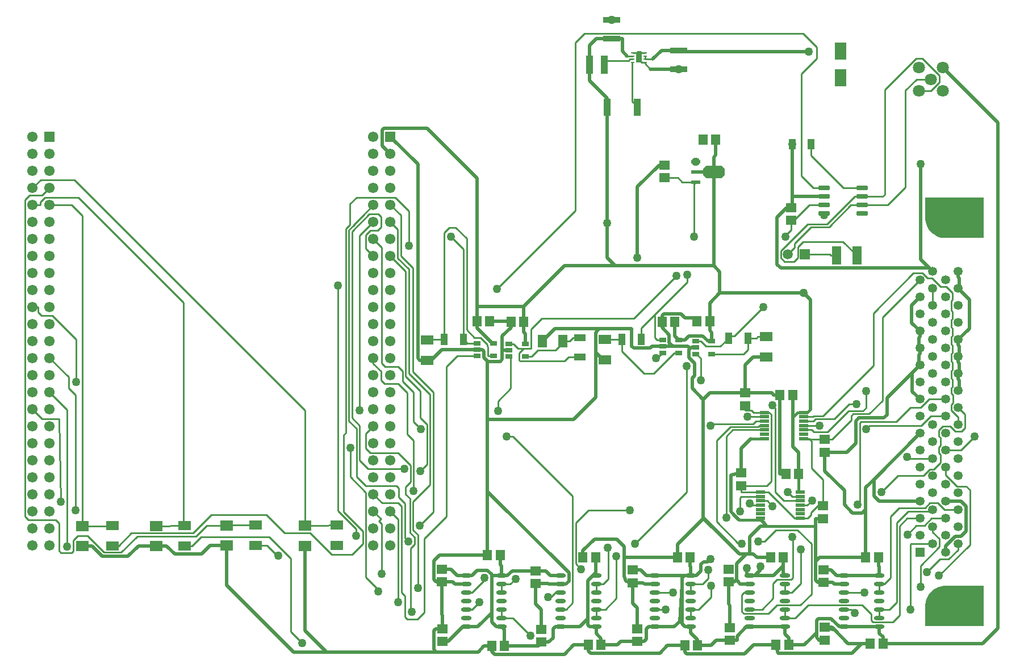
<source format=gbr>
%TF.GenerationSoftware,Altium Limited,Altium Designer,19.0.15 (446)*%
G04 Layer_Physical_Order=1*
G04 Layer_Color=255*
%FSLAX26Y26*%
%MOIN*%
%TF.FileFunction,Copper,L1,Top,Signal*%
%TF.Part,Single*%
G01*
G75*
%TA.AperFunction,SMDPad,CuDef*%
%ADD10R,0.066929X0.098425*%
%ADD11R,0.055301X0.061268*%
%ADD12O,0.061024X0.023622*%
%ADD13R,0.061268X0.055301*%
%ADD14R,0.078740X0.078740*%
%ADD15R,0.043307X0.066929*%
%ADD16R,0.072835X0.053150*%
%ADD17R,0.066929X0.043307*%
%ADD18R,0.053150X0.072835*%
%ADD19R,0.043307X0.025591*%
G04:AMPARAMS|DCode=20|XSize=74.803mil|YSize=125.984mil|CornerRadius=0mil|HoleSize=0mil|Usage=FLASHONLY|Rotation=90.000|XOffset=0mil|YOffset=0mil|HoleType=Round|Shape=Octagon|*
%AMOCTAGOND20*
4,1,8,-0.062992,-0.018701,-0.062992,0.018701,-0.044291,0.037402,0.044291,0.037402,0.062992,0.018701,0.062992,-0.018701,0.044291,-0.037402,-0.044291,-0.037402,-0.062992,-0.018701,0.0*
%
%ADD20OCTAGOND20*%

%ADD21R,0.055118X0.023622*%
%ADD22R,0.070866X0.023622*%
%ADD23R,0.019685X0.011024*%
%ADD24R,0.035433X0.062992*%
G04:AMPARAMS|DCode=25|XSize=25.591mil|YSize=64.961mil|CornerRadius=1.919mil|HoleSize=0mil|Usage=FLASHONLY|Rotation=90.000|XOffset=0mil|YOffset=0mil|HoleType=Round|Shape=RoundedRectangle|*
%AMROUNDEDRECTD25*
21,1,0.025591,0.061122,0,0,90.0*
21,1,0.021752,0.064961,0,0,90.0*
1,1,0.003839,0.030561,0.010876*
1,1,0.003839,0.030561,-0.010876*
1,1,0.003839,-0.030561,-0.010876*
1,1,0.003839,-0.030561,0.010876*
%
%ADD25ROUNDEDRECTD25*%
G04:AMPARAMS|DCode=26|XSize=17.716mil|YSize=55.118mil|CornerRadius=1.949mil|HoleSize=0mil|Usage=FLASHONLY|Rotation=90.000|XOffset=0mil|YOffset=0mil|HoleType=Round|Shape=RoundedRectangle|*
%AMROUNDEDRECTD26*
21,1,0.017716,0.051221,0,0,90.0*
21,1,0.013819,0.055118,0,0,90.0*
1,1,0.003898,0.025610,0.006910*
1,1,0.003898,0.025610,-0.006910*
1,1,0.003898,-0.025610,-0.006910*
1,1,0.003898,-0.025610,0.006910*
%
%ADD26ROUNDEDRECTD26*%
%ADD27R,0.074803X0.059055*%
%ADD28R,0.041339X0.102362*%
%ADD29R,0.043307X0.064961*%
%ADD30R,0.057087X0.110236*%
%ADD31R,0.039370X0.106299*%
%ADD32R,0.102362X0.037402*%
%TA.AperFunction,Conductor*%
%ADD33C,0.010000*%
%ADD34C,0.019685*%
%ADD35C,0.017716*%
%ADD36C,0.011024*%
%TA.AperFunction,ComponentPad*%
%ADD37C,0.070866*%
%ADD38R,0.053150X0.053150*%
%ADD39C,0.053150*%
%ADD40C,0.061024*%
%ADD41R,0.061024X0.061024*%
%ADD42R,0.059055X0.059055*%
%ADD43C,0.059055*%
%TA.AperFunction,ViaPad*%
%ADD44C,0.050000*%
%TA.AperFunction,TestPad*%
%ADD45C,0.050000*%
%TA.AperFunction,ViaPad*%
%ADD46C,0.070866*%
%ADD47C,0.019685*%
G36*
X5370688Y196058D02*
X5713405D01*
Y432278D01*
X5488798Y432278D01*
X5481057D01*
X5465707Y430257D01*
X5450752Y426250D01*
X5436448Y420325D01*
X5423039Y412584D01*
X5410756Y403159D01*
X5399808Y392211D01*
X5390383Y379927D01*
X5382641Y366519D01*
X5376716Y352215D01*
X5372709Y337260D01*
X5370688Y321909D01*
Y314168D01*
D01*
Y196058D01*
D02*
G37*
G36*
Y2712200D02*
X5713405D01*
Y2475979D01*
X5488798D01*
X5481057D01*
X5465707Y2478000D01*
X5450752Y2482007D01*
X5436448Y2487932D01*
X5423039Y2495673D01*
X5410756Y2505099D01*
X5399808Y2516047D01*
X5390383Y2528330D01*
X5382641Y2541738D01*
X5376716Y2556043D01*
X5372709Y2570998D01*
X5370688Y2586348D01*
Y2594089D01*
D01*
Y2712200D01*
D02*
G37*
D10*
X4874803Y3417323D02*
D03*
Y3574803D02*
D03*
D11*
X3916504Y600000D02*
D03*
X3991370D02*
D03*
X3360992Y599212D02*
D03*
X3435858D02*
D03*
X5047214Y94488D02*
D03*
X5122078D02*
D03*
X4105936Y1986614D02*
D03*
X4031072D02*
D03*
X4065214Y3053012D02*
D03*
X4140080D02*
D03*
X3013836Y1983464D02*
D03*
X2938972D02*
D03*
X2813702Y1987532D02*
D03*
X2738838D02*
D03*
X3900032Y1983464D02*
D03*
X3825166D02*
D03*
X4627196Y1089370D02*
D03*
X4552332D02*
D03*
X4592156Y1554070D02*
D03*
X4517292D02*
D03*
X5094912Y600000D02*
D03*
X5020048D02*
D03*
X4569322Y86220D02*
D03*
X4494458D02*
D03*
X4537826Y599212D02*
D03*
X4462962D02*
D03*
X4033102Y82284D02*
D03*
X3958236D02*
D03*
X3466960Y85826D02*
D03*
X3392096D02*
D03*
X2900030Y79922D02*
D03*
X2825166D02*
D03*
X2875228Y614960D02*
D03*
X2800362D02*
D03*
D12*
X5101072Y193766D02*
D03*
Y243766D02*
D03*
Y293766D02*
D03*
Y343766D02*
D03*
Y393766D02*
D03*
Y443766D02*
D03*
Y493766D02*
D03*
X4892410Y193766D02*
D03*
Y243766D02*
D03*
Y293766D02*
D03*
Y343766D02*
D03*
Y393766D02*
D03*
Y443766D02*
D03*
Y493766D02*
D03*
X4338304D02*
D03*
Y443766D02*
D03*
Y393766D02*
D03*
Y343766D02*
D03*
Y293766D02*
D03*
Y243766D02*
D03*
Y193766D02*
D03*
X4546966Y493766D02*
D03*
Y443766D02*
D03*
Y393766D02*
D03*
Y343766D02*
D03*
Y293766D02*
D03*
Y243766D02*
D03*
Y193766D02*
D03*
X3784198Y493766D02*
D03*
Y443766D02*
D03*
Y393766D02*
D03*
Y343766D02*
D03*
Y293766D02*
D03*
Y243766D02*
D03*
Y193766D02*
D03*
X3992858Y493766D02*
D03*
Y443766D02*
D03*
Y393766D02*
D03*
Y343766D02*
D03*
Y293766D02*
D03*
Y243766D02*
D03*
Y193766D02*
D03*
X3230090Y493766D02*
D03*
Y443766D02*
D03*
Y393766D02*
D03*
Y343766D02*
D03*
Y293766D02*
D03*
Y243766D02*
D03*
Y193766D02*
D03*
X3438752Y493766D02*
D03*
Y443766D02*
D03*
Y393766D02*
D03*
Y343766D02*
D03*
Y293766D02*
D03*
Y243766D02*
D03*
Y193766D02*
D03*
X2675984Y493766D02*
D03*
Y443766D02*
D03*
Y393766D02*
D03*
Y343766D02*
D03*
Y293766D02*
D03*
Y243766D02*
D03*
Y193766D02*
D03*
X2884646Y493766D02*
D03*
Y443766D02*
D03*
Y393766D02*
D03*
Y343766D02*
D03*
Y293766D02*
D03*
Y243766D02*
D03*
Y193766D02*
D03*
D13*
X4779922Y1218080D02*
D03*
Y1292944D02*
D03*
X3841338Y2904756D02*
D03*
Y2829890D02*
D03*
X4584536Y2579754D02*
D03*
Y2654618D02*
D03*
X4288582Y1020836D02*
D03*
Y1095700D02*
D03*
X4313780Y1490914D02*
D03*
Y1565778D02*
D03*
X4769686Y902394D02*
D03*
Y827528D02*
D03*
X4780708Y114930D02*
D03*
Y189794D02*
D03*
X4773622Y528378D02*
D03*
Y453512D02*
D03*
X4223622Y112174D02*
D03*
Y187038D02*
D03*
X4214960Y531526D02*
D03*
Y456662D02*
D03*
X3678740Y107056D02*
D03*
Y181920D02*
D03*
X3651968Y526408D02*
D03*
Y451544D02*
D03*
X3117322Y103118D02*
D03*
Y177984D02*
D03*
X3084646Y521290D02*
D03*
Y446426D02*
D03*
X2535040Y105906D02*
D03*
Y180770D02*
D03*
X2533464Y531134D02*
D03*
Y456268D02*
D03*
D14*
X5621278Y314128D02*
D03*
Y2594128D02*
D03*
D15*
X4329528Y1888584D02*
D03*
X4215354D02*
D03*
X3590090Y1880710D02*
D03*
X3704264D02*
D03*
X2546390Y1881102D02*
D03*
X2660562D02*
D03*
D16*
X4437008Y1776576D02*
D03*
Y1896654D02*
D03*
X3489696Y1759252D02*
D03*
Y1879332D02*
D03*
X1440944Y790748D02*
D03*
Y670670D02*
D03*
X1915354Y789174D02*
D03*
Y669096D02*
D03*
X600394Y788386D02*
D03*
Y668308D02*
D03*
X1024804Y787992D02*
D03*
Y667914D02*
D03*
X2446784Y1877362D02*
D03*
Y1757284D02*
D03*
D17*
X3343430Y1891732D02*
D03*
Y1777560D02*
D03*
D18*
X3123932Y1869292D02*
D03*
X3244010D02*
D03*
D19*
X4116876Y1870078D02*
D03*
Y1795276D02*
D03*
X4022386D02*
D03*
Y1832678D02*
D03*
Y1870078D02*
D03*
X3922804Y1876770D02*
D03*
Y1801968D02*
D03*
X3828316D02*
D03*
Y1839370D02*
D03*
Y1876770D02*
D03*
X3022068Y1855118D02*
D03*
Y1780314D02*
D03*
X2927580D02*
D03*
Y1817716D02*
D03*
Y1855118D02*
D03*
X2835124Y1857482D02*
D03*
Y1782678D02*
D03*
X2740636D02*
D03*
Y1820080D02*
D03*
Y1857482D02*
D03*
D20*
X4129134Y2863780D02*
D03*
D21*
X4022834Y2804724D02*
D03*
Y2922834D02*
D03*
D22*
X4030708Y2863780D02*
D03*
D23*
X3726692Y3506024D02*
D03*
Y3525710D02*
D03*
Y3545394D02*
D03*
Y3565080D02*
D03*
X3651890D02*
D03*
Y3545394D02*
D03*
Y3525710D02*
D03*
Y3506024D02*
D03*
D24*
X3689292Y3535552D02*
D03*
D25*
X4999016Y2619814D02*
D03*
Y2669814D02*
D03*
Y2719814D02*
D03*
Y2769814D02*
D03*
X4776574Y2619814D02*
D03*
Y2669814D02*
D03*
Y2719814D02*
D03*
Y2769814D02*
D03*
D26*
X4404330Y983464D02*
D03*
Y957874D02*
D03*
Y932284D02*
D03*
Y906692D02*
D03*
Y881102D02*
D03*
Y855512D02*
D03*
Y829922D02*
D03*
X4636614Y983464D02*
D03*
Y957874D02*
D03*
Y932284D02*
D03*
Y906692D02*
D03*
Y881102D02*
D03*
Y855512D02*
D03*
Y829922D02*
D03*
X4425196Y1451574D02*
D03*
Y1425984D02*
D03*
Y1400394D02*
D03*
Y1374804D02*
D03*
Y1349212D02*
D03*
Y1323622D02*
D03*
Y1298032D02*
D03*
X4657480Y1451574D02*
D03*
Y1425984D02*
D03*
Y1400394D02*
D03*
Y1374804D02*
D03*
Y1349212D02*
D03*
Y1323622D02*
D03*
Y1298032D02*
D03*
D27*
X1270866Y787798D02*
D03*
Y669688D02*
D03*
X1729922Y786222D02*
D03*
Y668110D02*
D03*
X424016Y785434D02*
D03*
Y667324D02*
D03*
X857480Y785040D02*
D03*
Y666930D02*
D03*
D28*
X3503544Y3244094D02*
D03*
X3680708D02*
D03*
D29*
X4701378Y3026772D02*
D03*
X4589174D02*
D03*
D30*
X4970276Y2372442D02*
D03*
X4850196D02*
D03*
D31*
X3399212Y3492914D02*
D03*
X3485826D02*
D03*
D32*
X3922442Y3578346D02*
D03*
Y3468110D02*
D03*
X3531496Y3646456D02*
D03*
Y3756692D02*
D03*
D33*
X3096221Y1816535D02*
X3201096D01*
X3244010Y1859449D01*
Y1869292D01*
X5409450Y2239678D02*
X5459449Y2189679D01*
X5384020Y2239678D02*
X5409450D01*
X2373874Y677312D02*
Y717000D01*
X2345000Y745874D02*
X2373874Y717000D01*
X1270866Y787798D02*
X1273816Y790748D01*
X1440944D01*
X187300Y2726000D02*
X231418Y2770118D01*
X114000Y2726000D02*
X187300D01*
X201693Y2713504D02*
X400000D01*
X176000Y2687811D02*
X201693Y2713504D01*
X176000Y2670118D02*
Y2687811D01*
X4731890Y3531496D02*
Y3598425D01*
X4652284Y3678031D02*
X4731890Y3598425D01*
X3474982Y3678031D02*
X4652284D01*
X4642000Y3441606D02*
X4731890Y3531496D01*
X4642000Y2840000D02*
Y3441606D01*
X4012134Y2794024D02*
X4022834Y2804724D01*
X2390008Y237008D02*
X2429921Y276921D01*
X2329020Y237008D02*
X2390008D01*
X2314972Y251056D02*
X2329020Y237008D01*
X3588712Y1879332D02*
X3590090Y1880710D01*
X3489696Y1879332D02*
X3588712D01*
X3079000Y1799314D02*
X3096221Y1816535D01*
X3119000Y2003000D02*
X3659464D01*
X2862231Y1459055D02*
Y1517231D01*
X2938000Y1593000D01*
X2913122Y1308822D02*
X2951178D01*
X3301038Y958962D01*
X3391591Y875591D02*
X3635346D01*
X3318912Y802912D02*
X3391591Y875591D01*
X1647000Y165000D02*
X1714000Y98000D01*
X2950234Y243766D02*
X3054000Y140000D01*
X597442Y785434D02*
X600394Y788386D01*
X424016Y785434D02*
X597442D01*
X2800000Y1839950D02*
Y1851652D01*
X2760652Y1891000D02*
X2800000Y1851652D01*
X2723989Y1891000D02*
X2760652D01*
X3318110Y3624016D02*
X3370865Y3676772D01*
X3318110Y2637401D02*
Y3624016D01*
X2857480Y2176772D02*
X3318110Y2637401D01*
X5300496Y2269000D02*
X5354698D01*
X5066929Y2035433D02*
X5300496Y2269000D01*
X5066929Y1727913D02*
Y2035433D01*
X4769568Y1430552D02*
X5066929Y1727913D01*
X5492604Y2189679D02*
X5528227Y2154057D01*
X5459449Y2189679D02*
X5492604D01*
X5528227Y2112788D02*
Y2154057D01*
X5524000Y2108561D02*
X5528227Y2112788D01*
X5524000Y2049698D02*
Y2108561D01*
X5316142Y3529921D02*
X5353150D01*
X5132283Y3346063D02*
X5316142Y3529921D01*
X5353150D02*
X5453543Y3429528D01*
X5334034Y3338976D02*
X5402756D01*
X5453543Y3389764D01*
Y3429528D01*
X5319203Y3408573D02*
X5403631D01*
X5132283Y2731102D02*
Y3346063D01*
X3370865Y3676772D02*
X3473723D01*
X3474982Y3678031D01*
X4389086Y1367086D02*
X4396804Y1374804D01*
X4233808Y1367086D02*
X4389086D01*
X4233722Y1367000D02*
X4233808Y1367086D01*
X4227000Y1367000D02*
X4233722D01*
X4203543Y1311543D02*
X4241212Y1349212D01*
X4425196D01*
X4121960Y1384960D02*
X4360000D01*
X4375434Y1400394D01*
X4203543Y833465D02*
Y1311543D01*
X4146850Y1286850D02*
X4227000Y1367000D01*
X4325016Y1425984D02*
X4425196D01*
X4313780Y1464866D02*
X4348590D01*
X4313780D02*
Y1490914D01*
X4111000Y1374000D02*
X4121960Y1384960D01*
X4389000Y694882D02*
X4427882D01*
X4494417Y761417D01*
X4593000Y480000D02*
Y716449D01*
X4589370Y720079D02*
X4593000Y716449D01*
X4702000Y384000D02*
Y679890D01*
X4620472Y761417D02*
X4702000Y679890D01*
X4494417Y761417D02*
X4620472D01*
X4097000Y478000D02*
Y527953D01*
X2277098Y337252D02*
Y824438D01*
X2161811Y813347D02*
X2179528Y795630D01*
Y502756D02*
Y795630D01*
X2161811Y813347D02*
X2175000Y826536D01*
X2160236Y399606D02*
Y410764D01*
X2087000Y484000D02*
X2160236Y410764D01*
X2348819Y652257D02*
X2373874Y677312D01*
X2348819Y289685D02*
Y652257D01*
Y289685D02*
X2357000Y281504D01*
X2429921Y708921D02*
X2561000Y840000D01*
X2429921Y276921D02*
Y708921D01*
X4715464Y1336930D02*
X4797432D01*
X4703182Y1349212D02*
X4715464Y1336930D01*
X4657480Y1349212D02*
X4703182D01*
X4717479Y1430552D02*
X4769568D01*
X4712911Y1425984D02*
X4717479Y1430552D01*
X4657480Y1425984D02*
X4712911D01*
X4724883Y1412678D02*
X4835284D01*
X4712599Y1400394D02*
X4724883Y1412678D01*
X4657480Y1400394D02*
X4712599D01*
X4835284Y1412678D02*
X4924000Y1501394D01*
X4797432Y1336930D02*
X4920750Y1460248D01*
X4657480Y1374804D02*
X4750196D01*
X4752000Y1373000D01*
X2678740Y1936248D02*
X2723989Y1891000D01*
X2678740Y1936248D02*
Y2474016D01*
X2614173Y2538583D02*
X2678740Y2474016D01*
X2576772Y2538583D02*
X2614173D01*
X2546390Y2508201D02*
X2576772Y2538583D01*
X2546390Y1881102D02*
Y2508201D01*
X4805787Y2540787D02*
X4934814Y2669814D01*
X4699691Y2540787D02*
X4805787D01*
X4603898Y2444994D02*
X4699691Y2540787D01*
X4794661Y2558661D02*
X4955814Y2719814D01*
X4680433Y2558661D02*
X4794661D01*
X4521772Y2400000D02*
X4680433Y2558661D01*
X4691074Y2669814D02*
X4776574D01*
X4601014Y2579754D02*
X4691074Y2669814D01*
X4584536Y2579754D02*
X4601014D01*
X4677680Y906692D02*
X4705118Y934130D01*
X4636614Y906692D02*
X4677680D01*
X4739008Y902394D02*
X4769686D01*
X4701000Y864386D02*
X4739008Y902394D01*
X4701000Y850922D02*
Y864386D01*
X4442125Y932284D02*
X4473228Y901181D01*
X4284646Y871260D02*
Y951796D01*
X4289764Y956914D01*
X4274693Y682000D02*
X4294000D01*
X4146850Y809842D02*
X4274693Y682000D01*
X4146850Y809842D02*
Y1286850D01*
X4341248Y917598D02*
X4349402D01*
X4360308Y906692D01*
X4289764Y956914D02*
X4404330Y957874D01*
X3156693Y367716D02*
X3172716D01*
X3198766Y393766D01*
X3156693Y360009D02*
Y367716D01*
X3147684Y351000D02*
X3156693Y360009D01*
X4973228Y911417D02*
X4986000Y924189D01*
X4113000Y366766D02*
Y434000D01*
X4892410Y393766D02*
X5014000D01*
X3509842Y473608D02*
Y654725D01*
X3506299Y658268D02*
X3509842Y654725D01*
X3558000Y360000D02*
Y607564D01*
X3557296Y608268D02*
X3558000Y607564D01*
X5282000Y294000D02*
Y676128D01*
X5285000Y679128D01*
X5220866Y259866D02*
Y785432D01*
X5180000Y219000D02*
X5220866Y259866D01*
Y785432D02*
X5264562Y829128D01*
X5160000Y293766D02*
X5202992Y336758D01*
Y803738D01*
X5253543Y3342913D02*
X5319203Y3408573D01*
X5253543Y2772441D02*
Y3342913D01*
X5150916Y2669814D02*
X5253543Y2772441D01*
X4999016Y2669814D02*
X5150916D01*
X5120995Y2719814D02*
X5132283Y2731102D01*
X4999016Y2719814D02*
X5120995D01*
X4692827Y1295205D02*
X4721088Y1292944D01*
X4657480Y1298032D02*
X4692827Y1295205D01*
X4703000Y1285032D01*
X4690000Y1298032D02*
X4692827Y1295205D01*
X3485826Y3517000D02*
X3629000D01*
X3651000Y3278708D02*
Y3506024D01*
X1730000Y786222D02*
Y1465000D01*
X424000Y785434D02*
Y2607000D01*
X231418Y2671000D02*
X360000D01*
X1015000Y787992D02*
Y2098504D01*
X2938000Y1593000D02*
Y1780314D01*
X164000Y2040000D02*
Y2070118D01*
X3013000Y1828000D02*
X3057000D01*
X2980118D02*
X3013000D01*
X4215354Y1900000D02*
X4251000D01*
X3704264Y1947264D02*
X3784000Y2027000D01*
X4721088Y1292944D02*
X4779922D01*
X4584536Y2523000D02*
Y2579754D01*
X4544536Y2483000D02*
X4584536Y2523000D01*
X4012134Y2483000D02*
Y2794024D01*
X4642000Y2840000D02*
X4712186Y2769814D01*
X4776574D01*
X1015000Y787992D02*
X1024804D01*
X857480Y785040D02*
X1015000Y787992D01*
X3784198Y293766D02*
X3845000D01*
X2391748Y421276D02*
Y732252D01*
X2364000Y760000D02*
X2391748Y732252D01*
X2364000Y760000D02*
Y927126D01*
X2464748Y1027874D01*
Y1557252D01*
X2340000Y1682000D02*
X2464748Y1557252D01*
X2340000Y1682000D02*
Y2293000D01*
X2274804Y2358196D02*
X2340000Y2293000D01*
X2274804Y2358196D02*
Y2526732D01*
X2231418Y2570118D02*
X2274804Y2526732D01*
X5580128Y1229128D02*
X5661000Y1310000D01*
X5488778Y1229128D02*
X5580128D01*
X4404330Y932284D02*
X4442125D01*
X2367748Y991000D02*
Y1287252D01*
X2331000Y1324000D02*
X2367748Y1287252D01*
X2331000Y1324000D02*
Y1566000D01*
X2277000Y1620000D02*
X2331000Y1566000D01*
X2197000Y1620000D02*
X2277000D01*
X2177000Y1640000D02*
X2197000Y1620000D01*
X2177000Y1640000D02*
Y1692418D01*
X2131418Y1738000D02*
X2177000Y1692418D01*
X2131418Y1738000D02*
Y1770118D01*
X2088000Y1326700D02*
X2131418Y1370118D01*
X2088000Y1240000D02*
Y1326700D01*
Y1240000D02*
X2114000Y1214000D01*
X2275000D01*
X2349874Y1139126D01*
Y1044874D02*
Y1139126D01*
X2320000Y1015000D02*
X2349874Y1044874D01*
X2320000Y971000D02*
Y1015000D01*
Y971000D02*
X2345000Y946000D01*
Y745874D02*
Y946000D01*
X3784198Y393766D02*
X3889000D01*
X3198766D02*
X3230090D01*
X2087000Y484000D02*
Y982000D01*
X1995000Y1074000D02*
X2087000Y982000D01*
X1995000Y1074000D02*
Y1244000D01*
X3491766Y293766D02*
X3558000Y360000D01*
X3438752Y293766D02*
X3491766D01*
X5413780Y748334D02*
Y779128D01*
Y748334D02*
X5453230Y708884D01*
Y662786D02*
Y708884D01*
X5342000Y551556D02*
X5453230Y662786D01*
X5342000Y426000D02*
Y551556D01*
X4040000Y293766D02*
X4113000Y366766D01*
X3992858Y293766D02*
X4040000D01*
X4924000Y1501394D02*
X4967000D01*
X4920750Y1460248D02*
X5003938D01*
X5022000Y1478310D01*
Y1576000D01*
X3970078Y985078D02*
Y1722834D01*
X3665000Y680000D02*
X3970078Y985078D01*
X1508000Y670670D02*
X1567648Y611022D01*
X1440944Y670670D02*
X1508000D01*
X2340000Y2431000D02*
Y2635000D01*
X2261000Y2714000D02*
X2340000Y2635000D01*
X2032000Y2714000D02*
X2261000D01*
X1994410Y2676410D02*
X2032000Y2714000D01*
X1994410Y2553966D02*
Y2676410D01*
X1970158Y2529712D02*
X1994410Y2553966D01*
X1970158Y1331956D02*
Y2529712D01*
X1957126Y1318924D02*
X1970158Y1331956D01*
X1957126Y866874D02*
Y1318924D01*
Y866874D02*
X2069000Y755000D01*
Y680000D02*
Y755000D01*
X2006000Y617000D02*
X2069000Y680000D01*
X1886000Y617000D02*
X2006000D01*
X1760000Y743000D02*
X1886000Y617000D01*
X1609782Y743000D02*
X1760000D01*
X1501782Y851000D02*
X1609782Y743000D01*
X1180000Y851000D02*
X1501782D01*
X1071638Y742638D02*
X1180000Y851000D01*
X711330Y742638D02*
X1071638D01*
X637000Y668308D02*
X711330Y742638D01*
X600394Y668308D02*
X637000D01*
X4062766Y443766D02*
X4097000Y478000D01*
X3992858Y443766D02*
X4062766D01*
X5354698Y2269000D02*
X5384020Y2239678D01*
X5524000Y2049698D02*
X5529000Y2044698D01*
Y2000140D02*
Y2044698D01*
X5524330Y1995470D02*
X5529000Y2000140D01*
X5524330Y1949368D02*
Y1995470D01*
Y1949368D02*
X5528228Y1945470D01*
Y1899368D02*
Y1945470D01*
X5524330Y1895470D02*
X5528228Y1899368D01*
X5524330Y1849368D02*
Y1895470D01*
Y1849368D02*
X5528228Y1845470D01*
Y1799368D02*
Y1845470D01*
X5524330Y1795470D02*
X5528228Y1799368D01*
X5524330Y1749368D02*
Y1795470D01*
Y1749368D02*
X5528228Y1745470D01*
Y1699368D02*
Y1745470D01*
X5524330Y1695470D02*
X5528228Y1699368D01*
X5524330Y1649368D02*
Y1695470D01*
Y1649368D02*
X5528228Y1645470D01*
Y1599368D02*
Y1645470D01*
X5524330Y1595470D02*
X5528228Y1599368D01*
X5524330Y1562786D02*
Y1595470D01*
Y1562786D02*
X5534558Y1552558D01*
Y1505698D02*
Y1552558D01*
X5524330Y1495470D02*
X5534558Y1505698D01*
X5524330Y1462786D02*
Y1495470D01*
Y1462786D02*
X5563780Y1423336D01*
Y1379128D02*
Y1423336D01*
X4590126Y957874D02*
X4636614D01*
X4563000Y985000D02*
X4590126Y957874D01*
X5114000Y985000D02*
X5209000Y1080000D01*
X5358860D01*
X5397438Y1118578D01*
X5419578D01*
X5459000Y1158000D01*
Y1203114D01*
X5449328Y1212786D02*
X5459000Y1203114D01*
X5449328Y1212786D02*
Y1245470D01*
X5460000Y1256142D01*
Y1302114D01*
X5449328Y1312786D02*
X5460000Y1302114D01*
X5449328Y1312786D02*
Y1345470D01*
X5472858Y1369000D01*
X5518116D01*
X5547438Y1339678D01*
X5583678D01*
X5604000Y1360000D01*
Y1438908D01*
X5563780Y1479128D02*
X5604000Y1438908D01*
X4986000Y924189D02*
Y1389000D01*
X4993000Y1396000D01*
X5201000D01*
X5284000Y1479000D01*
X5344442D01*
X5394570Y1529128D01*
X5488778D01*
X3277560Y1777560D02*
X3343430D01*
X3254000Y1754000D02*
X3277560Y1777560D01*
X2991000Y1754000D02*
X3254000D01*
X2985000Y1760000D02*
X2991000Y1754000D01*
X2985000Y1760000D02*
Y1800000D01*
X3013000Y1828000D01*
X3057000D02*
Y1941000D01*
X3119000Y2003000D01*
X3659464D02*
X3910630Y2254166D01*
X2927580Y1855118D02*
X2953000D01*
X2980118Y1828000D01*
X2804000Y1782678D02*
X2835124D01*
X2446784Y1881102D02*
X2546390D01*
X2446784Y1877362D02*
X2447000D01*
X2804000Y1782678D02*
Y1835950D01*
X4022386Y1870078D02*
X4054000D01*
X4084078Y1840000D01*
X4166770D01*
X4215354Y1888584D01*
X3704264Y1880710D02*
Y1947264D01*
X3797230Y1876770D02*
X3828316D01*
X3784000Y1890000D02*
X3797230Y1876770D01*
X3784000Y1890000D02*
Y2027000D01*
X3974000Y2217000D01*
Y2261000D01*
X1647000Y165000D02*
Y595000D01*
X1520000Y722000D02*
X1647000Y595000D01*
X1121000Y722000D02*
X1520000D01*
X1066914Y667914D02*
X1121000Y722000D01*
X1024804Y667914D02*
X1066914D01*
X4604078Y829922D02*
X4636614D01*
X4450536Y983464D02*
X4604078Y829922D01*
X4404330Y983464D02*
X4450536D01*
X4614056Y932284D02*
X4636614D01*
X4538610Y933674D02*
X4614056Y932284D01*
X4489000Y983284D02*
X4538610Y933674D01*
X4489000Y983284D02*
Y1476000D01*
X4472000Y1493000D02*
X4489000Y1476000D01*
X3438752Y443766D02*
X3480000D01*
X3509842Y473608D01*
X5563780Y644780D02*
Y679128D01*
X5508000Y589000D02*
X5563780Y644780D01*
X5455000Y589000D02*
X5508000D01*
X5380000Y514000D02*
X5455000Y589000D01*
X2933766Y443766D02*
X2965000Y475000D01*
X2884646Y443766D02*
X2933766D01*
X5488778Y1084920D02*
Y1129128D01*
Y1084920D02*
X5555120Y1018578D01*
X5611000D01*
X5632000Y997578D01*
Y675000D02*
Y997578D01*
X5451000Y494000D02*
X5632000Y675000D01*
X333000Y665000D02*
Y1468536D01*
X231418Y1570118D02*
X333000Y1468536D01*
X4288582Y983464D02*
Y1020836D01*
Y983464D02*
X4404330D01*
X4288582Y1020836D02*
X4440000D01*
X4466000Y1046836D01*
Y1440000D01*
X4454426Y1451574D02*
X4466000Y1440000D01*
X4425196Y1451574D02*
X4454426D01*
X4361882D02*
X4425196D01*
X4348590Y1464866D02*
X4361882Y1451574D01*
X4636614Y829922D02*
X4680000D01*
X4701000Y850922D01*
X4769686Y902394D02*
Y1056314D01*
X4703000Y1123000D02*
X4769686Y1056314D01*
X4703000Y1123000D02*
Y1285032D01*
X4657480Y1298032D02*
X4690000D01*
X4779922Y1292944D02*
X4821894D01*
X4935564Y1406614D01*
Y1430000D01*
X4947938Y1442374D01*
X5041374D01*
X5119000Y1520000D01*
Y2009350D01*
X5338778Y2229128D01*
X5413780Y2079128D02*
Y2179128D01*
X3944166Y2804724D02*
X4022834D01*
X3919000Y2829890D02*
X3944166Y2804724D01*
X3841338Y2829890D02*
X3919000D01*
X4955814Y2719814D02*
X4999016D01*
X4521772Y2360000D02*
Y2400000D01*
Y2360000D02*
X4543464Y2338308D01*
X4600080D01*
X4621772Y2360000D01*
Y2424000D01*
X4652772Y2455000D01*
X4887718D01*
X4970276Y2372442D01*
X4564174Y2380710D02*
X4603898Y2420434D01*
Y2444994D01*
X4934814Y2669814D02*
X4999016D01*
X4664174Y2380710D02*
X4808650D01*
X4816918Y2372442D01*
X4850196D01*
X3485826Y3492914D02*
Y3517000D01*
X3629000D02*
X3637710Y3525710D01*
X3651890D01*
X4701378Y2959622D02*
Y3026772D01*
Y2959622D02*
X4891186Y2769814D01*
X4999016D01*
X3651000Y3506024D02*
X3651890D01*
X3651000Y3278708D02*
X3680708Y3249000D01*
Y3244094D02*
Y3249000D01*
X88000Y2700000D02*
X114000Y2726000D01*
X88000Y840000D02*
Y2700000D01*
Y840000D02*
X108000Y820000D01*
X265000D01*
X285000Y800000D01*
Y640000D02*
Y800000D01*
Y640000D02*
X298000Y627000D01*
X360000D01*
X371000Y638000D01*
Y700000D01*
X398000Y727000D01*
X452858D01*
X551000Y628858D01*
X650000D01*
X745906Y724764D01*
X1091458D01*
X1154492Y787798D01*
X1270866D01*
X378000Y2817000D02*
X1730000Y1465000D01*
X178300Y2817000D02*
X378000D01*
X131418Y2770118D02*
X178300Y2817000D01*
X1729922Y786222D02*
X1730000D01*
X1821000D01*
X1915354Y789174D01*
X231418Y2670118D02*
Y2671000D01*
X360000D02*
X424000Y2607000D01*
Y785434D02*
X424016D01*
X131418Y2670118D02*
X176000D01*
X400000Y2713504D02*
X1015000Y2098504D01*
X3793174Y1766826D02*
X3828316Y1801968D01*
X4051700Y1639370D02*
Y1769576D01*
X4026000Y1795276D02*
X4051700Y1769576D01*
X4022386Y1795276D02*
X4026000D01*
X4375434Y1400394D02*
X4425196D01*
X131418Y2070118D02*
X164000D01*
Y2040000D02*
X184000Y2020000D01*
X246000D01*
X386000Y1880000D01*
Y1632000D02*
Y1880000D01*
X2927580Y1780314D02*
X2938000D01*
X231418Y1770118D02*
X341724Y1659812D01*
Y1594126D02*
Y1659812D01*
Y1594126D02*
X383000Y1552850D01*
Y876000D02*
Y1552850D01*
X4360308Y906692D02*
X4404330D01*
X131418Y1470118D02*
X187536Y1414000D01*
X288000D01*
X295000Y928000D01*
X3318912Y562976D02*
X3349888Y532000D01*
X3318912Y562976D02*
Y802912D01*
X4936000Y293766D02*
X4956000Y273766D01*
X4892410Y293766D02*
X4936000D01*
X2231418Y2670118D02*
X2292678Y2608858D01*
Y2371322D02*
Y2608858D01*
Y2371322D02*
X2362000Y2302000D01*
Y1690000D02*
Y2302000D01*
Y1690000D02*
X2482622Y1569378D01*
Y865622D02*
Y1569378D01*
X2403000Y786000D02*
X2482622Y865622D01*
X4582000Y469000D02*
X4593000Y480000D01*
X4500000Y469000D02*
X4582000D01*
X4478000Y447000D02*
X4500000Y469000D01*
X4478000Y360000D02*
Y447000D01*
X4411766Y293766D02*
X4478000Y360000D01*
X4338304Y293766D02*
X4411766D01*
X2012284Y2550984D02*
X2131418Y2670118D01*
X2012284Y2546562D02*
Y2550984D01*
X1988032Y2522310D02*
X2012284Y2546562D01*
X1988032Y1402006D02*
X2033000Y1357038D01*
Y1074858D02*
Y1357038D01*
Y1074858D02*
X2087858Y1020000D01*
X2267000D01*
X2279738Y1007262D01*
Y953994D02*
X2316000Y917732D01*
Y713000D02*
Y917732D01*
X4637000Y319000D02*
X4702000Y384000D01*
X4501000Y319000D02*
X4637000D01*
X4294000Y280000D02*
Y380000D01*
X4307766Y393766D02*
X4338304D01*
X2012284Y2546562D02*
X2131418Y2670118D01*
X1988032Y1402006D02*
Y2522310D01*
X2279738Y953994D02*
Y1007262D01*
X2316000Y713000D02*
X2336000Y693000D01*
X4451000Y269000D02*
X4501000Y319000D01*
X4305000Y269000D02*
X4451000D01*
X4294000Y280000D02*
X4305000Y269000D01*
X4294000Y380000D02*
X4307766Y393766D01*
X2050394Y2489094D02*
X2131418Y2570118D01*
X2050394Y1463606D02*
Y2489094D01*
X2131418Y2470118D02*
X2181000Y2420536D01*
Y1740000D02*
Y2420536D01*
Y1740000D02*
X2201000Y1720000D01*
X2275000D01*
X2301998Y1693002D01*
Y1633898D02*
Y1693002D01*
Y1633898D02*
X2366000Y1569896D01*
Y1396000D02*
Y1569896D01*
Y1396000D02*
X2409000Y1353000D01*
X5264000Y1191000D02*
X5275872Y1179128D01*
X5413780D01*
X2231418Y2370118D02*
X2320576Y2280960D01*
Y1664050D02*
Y2280960D01*
Y1664050D02*
X2407000Y1577626D01*
Y1419874D02*
Y1577626D01*
Y1419874D02*
X2446874Y1380000D01*
Y1147874D02*
Y1380000D01*
X2407000Y1108000D02*
X2446874Y1147874D01*
X2100000Y1121000D02*
X2312000D01*
X2051000Y1170000D02*
X2100000Y1121000D01*
X2051000Y1170000D02*
Y1374786D01*
X2005906Y1419880D02*
X2051000Y1374786D01*
X2005906Y1419880D02*
Y2514906D01*
X2108000Y2617000D01*
X2160000D01*
X2175000Y2602000D01*
Y2540000D02*
Y2602000D01*
X2155000Y2520000D02*
X2175000Y2540000D01*
X2113000Y2520000D02*
X2155000D01*
X2088032Y2495032D02*
X2113000Y2520000D01*
X2088032Y2413504D02*
Y2495032D01*
Y2413504D02*
X2131418Y2370118D01*
X1924804Y872196D02*
Y2197244D01*
Y872196D02*
X2031000Y766000D01*
Y726000D02*
Y766000D01*
X3301038Y333038D02*
Y958962D01*
X3261766Y293766D02*
X3301038Y333038D01*
X3230090Y293766D02*
X3261766D01*
X2131418Y970118D02*
X2181536Y920000D01*
X2275000D01*
X2295000Y900000D01*
Y394972D02*
Y900000D01*
Y394972D02*
X2314972Y375000D01*
Y251056D02*
Y375000D01*
X2561000Y840000D02*
Y1720000D01*
X2623678Y1782678D01*
X2740636D01*
X2231418Y870118D02*
X2277098Y824438D01*
X2709026Y293766D02*
X2752512Y337252D01*
X2675984Y293766D02*
X2709026D01*
X2131418Y870118D02*
X2175000Y826536D01*
X2782000Y467000D02*
Y482000D01*
X2708766Y393766D02*
X2782000Y467000D01*
X2675984Y393766D02*
X2708766D01*
X4396804Y1374804D02*
X4425196D01*
X2884646Y243766D02*
Y293766D01*
Y243766D02*
X2950234D01*
X5285000Y679128D02*
X5413780D01*
X3438752Y243766D02*
Y293766D01*
X3992858Y243766D02*
Y293766D01*
X4546966Y243766D02*
Y293766D01*
Y243766D02*
X4607000D01*
X4682234Y319000D01*
X5000000D01*
X5053000Y266000D01*
Y230000D02*
Y266000D01*
Y230000D02*
X5064000Y219000D01*
X5180000D01*
X5264562Y829128D02*
X5338778D01*
X5101072Y243766D02*
Y293766D01*
X5160000D01*
X5202992Y803738D02*
X5271058Y871804D01*
X5406456D01*
X5413780Y879128D01*
X2660562Y1881102D02*
X2684182Y1857482D01*
X2740636D01*
X2660562Y1881102D02*
Y2411438D01*
X2587000Y2485000D02*
X2660562Y2411438D01*
X2884646Y393766D02*
Y443766D01*
X3438752Y393766D02*
Y443766D01*
X3992858Y393766D02*
Y443766D01*
X4546966Y393766D02*
Y443766D01*
Y393766D02*
X4585766D01*
X4640064Y448064D01*
Y646064D01*
X5265716Y734716D02*
X5317000Y786000D01*
X5364860D01*
X5407988Y829128D01*
X5488778D01*
X5101072Y393766D02*
Y443766D01*
X5130766D01*
X5167000Y480000D01*
Y840000D01*
X5216678Y889678D01*
X5368538D01*
X5397860Y919000D01*
X5443114D01*
X5482986Y879128D01*
X5563780D01*
X5024000Y1353000D02*
X5044000Y1373000D01*
X5347000D01*
X5403128Y1429128D01*
X5488778D01*
X3590090Y1809910D02*
Y1880710D01*
Y1809910D02*
X3720000Y1680000D01*
X3776032D01*
X3898000Y1801968D01*
X3922804D01*
X4116876Y1795276D02*
X4302804D01*
X4329528Y1822000D01*
Y1888584D01*
X4379000D01*
X4387070Y1896654D01*
X4437008D01*
X2800000Y1839950D02*
X2804000Y1835950D01*
X3022068Y1780314D02*
X3060000D01*
X3079000Y1799314D01*
X3244010Y1869292D02*
X3282000D01*
X3304440Y1891732D01*
X3343430D01*
X4215354Y1888584D02*
Y1900000D01*
X4251000D02*
X4420000Y2069000D01*
D34*
X5344095Y2348814D02*
Y2909843D01*
Y2348814D02*
X5413780Y2279128D01*
X4521772Y2299000D02*
X5393307D01*
X5404719Y2288189D02*
X5413780Y2279128D01*
X4321282Y620000D02*
X4361282D01*
X4382070Y599212D01*
X4462962D01*
X1729000Y169819D02*
X1852362Y46457D01*
X1729000Y169819D02*
Y668110D01*
X2875780Y1750394D02*
X2888000Y1762614D01*
X2803937Y1750394D02*
X2875780D01*
X2781000Y1773331D02*
X2803937Y1750394D01*
X2934904Y1987532D02*
X2938972Y1983464D01*
X2813702Y1987532D02*
X2934904D01*
X3435000Y1804252D02*
Y1920000D01*
Y1804252D02*
X3480000Y1759252D01*
X3197640Y1943000D02*
X3458000D01*
X3123932Y1869292D02*
X3197640Y1943000D01*
X2825166Y48552D02*
Y79922D01*
Y48552D02*
X2842718Y31000D01*
X3253174D01*
X2900030Y79922D02*
X3100486D01*
X3117322Y96758D01*
X2800362Y1409842D02*
Y1750394D01*
Y987958D02*
Y1409842D01*
X3305700D01*
X3435000Y1539142D02*
Y1804252D01*
X3305700Y1409842D02*
X3435000Y1539142D01*
X1270000Y438000D02*
X1663000Y45000D01*
X1270000Y438000D02*
Y669688D01*
X1663000Y45000D02*
X2500000D01*
X2781000Y1773331D02*
Y1810000D01*
X4128567Y2314000D02*
X4164850Y2277717D01*
Y2153150D02*
Y2277717D01*
X4128567Y2314000D02*
X4129134Y2314567D01*
X3549544Y2314000D02*
X4128567D01*
X4129134Y2314567D02*
Y2863780D01*
X4105936Y2094235D02*
X4164850Y2153150D01*
X4695276Y1471247D02*
Y2113386D01*
X4655512Y2153150D02*
X4695276Y2113386D01*
X4164850Y2153150D02*
X4655512D01*
X2738838Y2074836D02*
Y2828162D01*
Y1987532D02*
Y2074836D01*
X3013836D01*
X3757890Y3468110D02*
X3922442D01*
X5798145Y3153253D02*
X5798145Y201067D01*
X5473228Y3478171D02*
X5798145Y3153253D01*
X4001864Y1593930D02*
X4068000Y1527794D01*
X4001864Y1593930D02*
Y1652340D01*
X4105984Y1565778D02*
X4313780D01*
X4068000Y1527794D02*
X4105984Y1565778D01*
X4068000Y830000D02*
Y1527794D01*
X3916504Y676798D02*
X4069706Y830000D01*
X3916504Y600000D02*
Y676798D01*
X4589174Y2659256D02*
Y3026772D01*
X4584536Y2654618D02*
X4589174Y2659256D01*
X4591339Y2719814D02*
X4776574D01*
X3935021Y2031814D02*
X3959430Y2007405D01*
X4013264D01*
X4031072Y1989598D01*
Y1986614D02*
Y1989598D01*
X3013836Y2074836D02*
X3253000Y2314000D01*
X3013836Y1983464D02*
Y2074836D01*
X3929528Y3571260D02*
X4687795D01*
X3922442Y3578346D02*
X3929528Y3571260D01*
X3836980Y2031814D02*
X3935021D01*
X4208268Y538218D02*
X4214960Y531526D01*
X4246260Y849016D02*
X4275590Y819686D01*
X4228346Y1083301D02*
X4288582Y1095700D01*
X4228346Y869072D02*
Y1083301D01*
Y869072D02*
X4246260Y851158D01*
Y849016D02*
Y851158D01*
X4322000Y493766D02*
Y537000D01*
X5798145Y184760D02*
Y201067D01*
X5707874Y94488D02*
X5798145Y184760D01*
X5122078Y94488D02*
X5707874D01*
X5101072Y493766D02*
Y543000D01*
X3253000Y2314000D02*
X3549544D01*
X2447000Y3120000D02*
X2738838Y2828162D01*
X4537000Y550766D02*
Y599212D01*
Y506650D02*
Y550766D01*
Y506650D02*
X4548426Y495226D01*
X4732000Y130000D02*
Y158220D01*
X4370000Y493766D02*
X4480000D01*
X4537000D02*
Y506650D01*
X3435858Y493766D02*
Y510858D01*
X3944000Y440000D02*
Y480000D01*
Y209766D02*
Y440000D01*
X3390000Y465000D02*
X3435858Y510858D01*
X3390000Y203766D02*
Y240000D01*
X2825330Y274330D02*
Y493766D01*
Y220000D02*
Y274330D01*
X5146000Y1536350D02*
X5294000Y1684350D01*
X5020048Y1010398D02*
X5068282Y1058632D01*
X5338778Y1329128D01*
X4517292Y1089370D02*
Y1554070D01*
X4068000Y830000D02*
X4069706D01*
X4725000Y778686D02*
Y827528D01*
Y576000D02*
Y778686D01*
X4918000Y94488D02*
X4996000D01*
X5047214D01*
X4822694Y189794D02*
X4840000Y172488D01*
X4404000Y783686D02*
X4440000D01*
X4725000Y468512D02*
Y576000D01*
X4341282Y720968D02*
X4404000Y783686D01*
X4264000Y562718D02*
X4321282Y620000D01*
X3681606Y3565080D02*
X3700000D01*
X3989355Y1826339D02*
X3995694Y1832678D01*
X3603618Y600000D02*
Y664100D01*
X2888000Y1817716D02*
Y1899028D01*
X1173000Y669688D02*
X1270000D01*
X2500000Y45000D02*
X2746078D01*
X2183000Y3018536D02*
X2231418Y2970118D01*
X2183000Y3018536D02*
Y3110000D01*
X2193000Y3120000D01*
X2447000D01*
X3503544Y2360000D02*
Y3244094D01*
Y2360000D02*
X3549544Y2314000D01*
X4592156Y1423730D02*
Y1554070D01*
Y1251844D02*
Y1423730D01*
Y1251844D02*
X4627196Y1216804D01*
Y1089370D02*
Y1216804D01*
X4480000Y493766D02*
X4537000Y550766D01*
X4338304Y493766D02*
X4370000D01*
X4404000Y527766D01*
Y548000D01*
X2900030Y79922D02*
Y178382D01*
X2884646Y193766D02*
X2900030Y178382D01*
X2851564Y193766D02*
X2884646D01*
X2825330Y220000D02*
X2851564Y193766D01*
X2739894Y524844D02*
X2800486D01*
X2708816Y493766D02*
X2739894Y524844D01*
X2675984Y493766D02*
X2708816D01*
X2825330D02*
X2884646D01*
X2825330D02*
Y500000D01*
X2800486Y524844D02*
X2825330Y500000D01*
X2675984Y193766D02*
X2744766D01*
X2825330Y274330D01*
X1122312Y619000D02*
X1173000Y669688D01*
X965000Y619000D02*
X1122312D01*
X917070Y666930D02*
X965000Y619000D01*
X857480Y666930D02*
X917070D01*
X2938972Y1950000D02*
Y1983464D01*
X2888000Y1899028D02*
X2938972Y1950000D01*
X3659000Y1829000D02*
X3755000D01*
X2740636Y1820080D02*
X2770920D01*
X2781000Y1810000D01*
X3458000Y1943000D02*
X3645000D01*
X2888000Y1817716D02*
X2927580D01*
X2888000Y1762614D02*
Y1817716D01*
X3648000Y1840000D02*
X3659000Y1829000D01*
X3230090Y443766D02*
X3261000D01*
X3278320Y461086D01*
Y510000D01*
X2800362Y987958D02*
X3278320Y510000D01*
X3765370Y1839370D02*
X3828316D01*
X2800362Y614960D02*
Y987958D01*
X3645000Y1943000D02*
X3648000Y1940000D01*
X3825166Y1983464D02*
Y2020000D01*
X3836980Y2031814D01*
X3808252Y2904756D02*
X3841338D01*
X3679922Y2776426D02*
X3808252Y2904756D01*
X3679922Y2361418D02*
Y2776426D01*
X3603618Y600000D02*
X3916504D01*
X3603618Y491420D02*
Y600000D01*
Y491420D02*
X3611614Y459386D01*
X3651968Y451544D01*
X3360992Y599212D02*
Y640000D01*
X3428710Y707718D01*
X3560000D01*
X3603618Y664100D01*
X4068000Y830000D02*
X4279706Y620000D01*
X3825166Y1949834D02*
Y1983464D01*
Y1949834D02*
X3868000Y1907000D01*
Y1860000D02*
Y1907000D01*
Y1860000D02*
X3888630Y1839370D01*
X3983016Y1820000D02*
X3989355Y1826339D01*
X3983016Y1775142D02*
Y1820000D01*
X4017322Y1667798D02*
Y1740836D01*
X3828316Y1839370D02*
X3888630D01*
X3976324D01*
X3989355Y1826339D01*
X3983016Y1775142D02*
X4017322Y1740836D01*
X4279706Y620000D02*
X4321282D01*
X4725000Y468512D02*
X4740000Y453512D01*
X3995694Y1832678D02*
X4022386D01*
X4001864Y1652340D02*
X4017322Y1667798D01*
X4069706Y830000D02*
X4279706Y620000D01*
X4264000Y470000D02*
X4282896Y443766D01*
X4264000Y470000D02*
Y562718D01*
X4282896Y443766D02*
X4338304D01*
X4740000Y453512D02*
X4773622D01*
X4214960Y456662D02*
X4250662D01*
X4725000Y827528D02*
X4769686D01*
X4749000Y600000D02*
X5020048D01*
X4725000Y576000D02*
X4749000Y600000D01*
X5020048D02*
Y880000D01*
Y1010398D01*
X5099154Y929128D02*
X5338778D01*
X5068282Y960000D02*
X5099154Y929128D01*
X5068282Y960000D02*
Y1058632D01*
X5294000Y1573906D02*
X5338778Y1529128D01*
X5294000Y1573906D02*
Y1684350D01*
X5338778Y1729128D01*
X4499054Y2321718D02*
X4521772Y2299000D01*
X4499054Y2321718D02*
Y2597054D01*
X4556618Y2654618D01*
X4584536D01*
X4250662Y456662D02*
X4264000Y470000D01*
X4341282Y620472D02*
Y720968D01*
X4720000Y783686D02*
X4725000Y778686D01*
X4322000Y493766D02*
X4338304D01*
X4093718Y574718D02*
X4110000Y591000D01*
X4069000Y574718D02*
X4093718D01*
X4054282Y560000D02*
X4069000Y574718D01*
X4054282Y520000D02*
Y560000D01*
X4028048Y493766D02*
X4054282Y520000D01*
X3992858Y493766D02*
X4028048D01*
X2738838Y1948644D02*
Y1987532D01*
Y1948644D02*
X2830000Y1857482D01*
X2835124D01*
X3503544Y3244094D02*
Y3297000D01*
X3399212Y3401332D02*
X3503544Y3297000D01*
X3399212Y3401332D02*
Y3492914D01*
X3013836Y1923232D02*
Y1983464D01*
Y1923232D02*
X3022068Y1915000D01*
Y1855118D02*
Y1915000D01*
X3399212Y3492914D02*
Y3605668D01*
X3440000Y3646456D01*
X3531496D01*
X4030708Y2863780D02*
X4129134D01*
X4105936Y1932940D02*
Y1986614D01*
Y1932940D02*
X4116876Y1922000D01*
Y1870078D02*
Y1922000D01*
X3531496Y3646456D02*
X3593000D01*
Y3572394D02*
Y3646456D01*
Y3572394D02*
X3620000Y3545394D01*
X4129134Y2863780D02*
Y2952000D01*
X4140080Y2962946D01*
Y3053012D01*
X4094922Y1870078D02*
X4116876D01*
X4064000Y1901000D02*
X4094922Y1870078D01*
X3983000Y1901000D02*
X4064000D01*
X3958770Y1876770D02*
X3983000Y1901000D01*
X3922804Y1876770D02*
X3958770D01*
X4105936Y1986614D02*
Y2094235D01*
X3900032Y1899542D02*
X3922804Y1876770D01*
X3900032Y1899542D02*
Y1983464D01*
X5482402Y2035504D02*
X5488778Y2029128D01*
X4537000Y493766D02*
X4546966D01*
X4548426Y495226D01*
X4537000Y599212D02*
X4537826D01*
X5094912Y549160D02*
Y600000D01*
Y549160D02*
X5101072Y543000D01*
X4892410Y493766D02*
X5101072D01*
X4849612D02*
X4892410D01*
X4815000Y528378D02*
X4849612Y493766D01*
X4773622Y528378D02*
X4815000D01*
X3117322Y96758D02*
Y103118D01*
X3160000D01*
X3185000Y128118D01*
Y180000D01*
X3198766Y193766D01*
X3230090D01*
X2657000D02*
X2675984D01*
X2569140Y105906D02*
X2657000Y193766D01*
X2535040Y105906D02*
X2569140D01*
X2884646Y493766D02*
X2917382D01*
X2944906Y521290D01*
X3084646D01*
X2884646Y493766D02*
Y549000D01*
X2875228Y558418D02*
X2884646Y549000D01*
X2875228Y558418D02*
Y614960D01*
X3438752Y153208D02*
Y193766D01*
Y153208D02*
X3466960Y125000D01*
Y85826D02*
Y125000D01*
X3084646Y521290D02*
X3143000D01*
X3170524Y493766D01*
X3230090D01*
X2623368D02*
X2675984D01*
X2586000Y531134D02*
X2623368Y493766D01*
X2533464Y531134D02*
X2586000D01*
X3400000Y193766D02*
X3438752D01*
X3390000Y203766D02*
X3400000Y193766D01*
X3230090D02*
X3343766D01*
X3390000Y240000D01*
Y465000D01*
X3435858Y493766D02*
X3438752D01*
X3435858Y510858D02*
X3438752Y493766D01*
X3435858Y510858D02*
Y599212D01*
X3466960Y85826D02*
X3562000D01*
X3583230Y107056D01*
X3678740D01*
X3720056D01*
X3733000Y120000D01*
Y180000D01*
X3746766Y193766D01*
X3784198D01*
X3960000D02*
X3992858D01*
X3944000Y209766D02*
X3960000Y193766D01*
X3944000Y480000D02*
X3957766Y493766D01*
X3784198Y193766D02*
X3897766D01*
X3928884Y224884D01*
X3944000Y440000D01*
X3957766Y493766D02*
X3992858D01*
X3784198D02*
X3957766D01*
X3992858Y157244D02*
Y193766D01*
Y157244D02*
X4033102Y117000D01*
Y82284D02*
Y117000D01*
X3733642Y493766D02*
X3784198D01*
X3701000Y526408D02*
X3733642Y493766D01*
X3651968Y526408D02*
X3701000D01*
X3992858Y493766D02*
Y546000D01*
X3991370Y547488D02*
X3992858Y546000D01*
X3991370Y547488D02*
Y600000D01*
X4033102Y82284D02*
X4113000D01*
X4142890Y112174D01*
X4223622D01*
X4265000D01*
Y138766D01*
X4320000Y193766D01*
X4338304D01*
X4546966D01*
Y150356D02*
Y193766D01*
Y150356D02*
X4569322Y128000D01*
Y86220D02*
Y128000D01*
X4747070Y114930D02*
X4780708D01*
X4732000Y130000D02*
X4747070Y114930D01*
X4732000Y230000D02*
X4744000Y242000D01*
X4569322Y86220D02*
X4660000D01*
X4732000Y158220D01*
Y230000D01*
X4744000Y242000D02*
X4818000D01*
X4866234Y193766D01*
X4892410D01*
X5101072D01*
Y154006D02*
Y193766D01*
Y154006D02*
X5122078Y133000D01*
Y94488D02*
Y133000D01*
X3823636Y3578346D02*
X3922442D01*
X3771000Y3525710D02*
X3823636Y3578346D01*
X1270000Y669688D02*
X1270866D01*
X1729000Y668110D02*
X1729922D01*
X2496770Y180770D02*
X2535040D01*
X2486000Y170000D02*
X2496770Y180770D01*
X2486000Y59000D02*
Y170000D01*
Y59000D02*
X2500000Y45000D01*
X2746078D02*
X2781000Y79922D01*
X2825166D01*
X2535040Y180770D02*
Y262000D01*
X2533464Y263576D02*
X2535040Y262000D01*
X2533464Y263576D02*
Y456268D01*
X2598000D01*
X2610502Y443766D01*
X2675984D01*
X3253174Y31000D02*
X3308000Y85826D01*
X3392096D01*
X752000Y666930D02*
X857480D01*
X691210Y606140D02*
X752000Y666930D01*
X539798Y606140D02*
X691210D01*
X478614Y667324D02*
X539798Y606140D01*
X424016Y667324D02*
X478614D01*
X2498732Y456268D02*
X2533464D01*
X2485000Y470000D02*
X2498732Y456268D01*
X2485000Y470000D02*
Y580000D01*
X2519960Y614960D01*
X2800362D01*
X3392096Y50000D02*
Y85826D01*
Y50000D02*
X3405096Y37000D01*
X3812000D01*
X3857284Y82284D01*
X3958236D01*
Y44764D02*
Y82284D01*
Y44764D02*
X3970000Y33000D01*
X4310000D01*
X4363220Y86220D01*
X4494458D01*
X3158660Y443766D02*
X3230090D01*
X3156000Y446426D02*
X3158660Y443766D01*
X3084646Y446426D02*
X3156000D01*
X2532796Y1820080D02*
X2740636D01*
X2470000Y1757284D02*
X2532796Y1820080D01*
X2446784Y1757284D02*
X2470000D01*
X3084646Y327676D02*
Y446426D01*
Y327676D02*
X3117322Y295000D01*
Y177984D02*
Y295000D01*
X4780708Y189794D02*
X4822694D01*
X4494458Y86220D02*
X4506458Y37000D01*
X4938512D01*
X4996000Y94488D01*
X4780708Y189794D02*
X4840000Y172488D01*
X4918000Y94488D01*
X2404716Y1757284D02*
X2446784D01*
X2392000Y1770000D02*
X2404716Y1757284D01*
X2392000Y1770000D02*
Y2909536D01*
X2231418Y3070118D02*
X2392000Y2909536D01*
X3435000Y1920000D02*
X3458000Y1943000D01*
X3648000Y1840000D02*
Y1940000D01*
X3755000Y1829000D02*
X3765370Y1839370D01*
X3480000Y1759252D02*
X3489696D01*
X4313780Y1565778D02*
Y1730356D01*
X4360000Y1776576D01*
X4437008D01*
X4313780Y1565778D02*
X4469298D01*
X4481006Y1554070D01*
X4517292D01*
X4214960Y325662D02*
Y456662D01*
Y325662D02*
X4223622Y317000D01*
Y187038D02*
Y317000D01*
X4517292Y1089370D02*
X4552332D01*
X4288582Y1095700D02*
Y1240000D01*
X4346614Y1298032D01*
X3651968Y329772D02*
Y451544D01*
Y329772D02*
X3678740Y303000D01*
Y181920D02*
Y303000D01*
X3651968Y451544D02*
X3714000D01*
X3721778Y443766D01*
X3784198D01*
X4773622Y453512D02*
X4828000D01*
X4837746Y443766D01*
X4892410D01*
X4779922Y1108000D02*
Y1218080D01*
Y1108000D02*
X4895000Y992922D01*
Y909612D02*
Y992922D01*
Y909612D02*
X4944612Y860000D01*
X5000048D01*
X5020048Y880000D01*
X4779922Y1218080D02*
X4910000D01*
X4961600Y1269680D01*
Y1401256D01*
X4980000Y1419656D01*
X5126938D01*
X5146000Y1438718D01*
Y1536350D01*
X5488778Y929128D02*
X5579872D01*
X5609000Y900000D01*
Y752420D02*
Y900000D01*
X5580000Y723420D02*
X5609000Y752420D01*
X5545432Y723420D02*
X5580000D01*
X5526140Y704128D02*
X5545432Y723420D01*
X5526140Y703850D02*
Y704128D01*
X5488778Y666488D02*
X5526140Y703850D01*
X5488778Y629128D02*
Y666488D01*
X5332402Y1735504D02*
X5338778Y1729128D01*
X5332402Y1735504D02*
Y1791296D01*
X5338778Y1797672D01*
Y1829128D01*
X5332402Y1835504D02*
X5338778Y1829128D01*
X5332402Y1835504D02*
Y1891296D01*
X5338778Y1897672D01*
Y1929128D01*
X5563780Y1647672D02*
Y1679128D01*
Y1647672D02*
X5570156Y1641296D01*
Y1585504D02*
Y1641296D01*
X5563780Y1579128D02*
X5570156Y1585504D01*
X5563780Y1679128D02*
X5570156Y1685504D01*
Y1741296D01*
X5563780Y1747672D02*
X5570156Y1741296D01*
X5563780Y1747672D02*
Y1779128D01*
X5290000Y1977906D02*
X5338778Y1929128D01*
X5290000Y1977906D02*
Y2080350D01*
X5338778Y2129128D01*
X5563780Y1779128D02*
X5570156Y1785504D01*
Y1841296D01*
X5563780Y1847672D02*
X5570156Y1841296D01*
X5563780Y1847672D02*
Y1879128D01*
X5628346Y1943694D01*
Y2114562D01*
X5563780Y2179128D02*
X5628346Y2114562D01*
X5563780Y2179128D02*
X5570156Y2185504D01*
Y2241296D01*
X5563780Y2247672D02*
X5570156Y2241296D01*
X5563780Y2247672D02*
Y2279128D01*
D35*
X4675603Y1451574D02*
X4695276Y1471247D01*
X4657480Y1451574D02*
X4675603D01*
X4275590Y819686D02*
X4404000D01*
X4627196Y983464D02*
Y1089370D01*
X4620000Y1451574D02*
X4657480D01*
X4592156Y1423730D02*
X4620000Y1451574D01*
X4627196Y983464D02*
X4636614D01*
X4404330Y829922D02*
X4409158Y823664D01*
X4440000Y783686D01*
X4720000D01*
X4404000Y819686D02*
X4440000Y783686D01*
X4346614Y1298032D02*
X4425196D01*
D36*
X3726000Y3500000D02*
Y3506024D01*
Y3500000D02*
X3757890Y3468110D01*
X3704976Y3506024D02*
X3726000D01*
X3681606Y3529394D02*
Y3535552D01*
Y3529394D02*
X3704976Y3506024D01*
X3681606Y3535552D02*
X3689292D01*
X3681606D02*
Y3565080D01*
X3726000Y3506024D02*
X3726692D01*
X3700000Y3565080D02*
X3726692D01*
X3651890D02*
X3681606D01*
X3620000Y3545394D02*
X3651890D01*
X3726692Y3525710D02*
X3771000D01*
X3726692D02*
Y3545394D01*
D37*
X5403631Y3408573D02*
D03*
X5334034Y3338976D02*
D03*
Y3478171D02*
D03*
X5473228Y3338976D02*
D03*
Y3478171D02*
D03*
D38*
X5338778Y629128D02*
D03*
D39*
Y729128D02*
D03*
Y829128D02*
D03*
Y929128D02*
D03*
Y1029128D02*
D03*
Y1129128D02*
D03*
Y1229128D02*
D03*
Y1329128D02*
D03*
Y1429128D02*
D03*
Y1529128D02*
D03*
Y1629128D02*
D03*
Y1729128D02*
D03*
Y1829128D02*
D03*
Y1929128D02*
D03*
Y2029128D02*
D03*
Y2129128D02*
D03*
Y2229128D02*
D03*
X5413780Y679128D02*
D03*
Y779128D02*
D03*
Y879128D02*
D03*
Y979128D02*
D03*
Y1079128D02*
D03*
Y1179128D02*
D03*
Y1279128D02*
D03*
Y1379128D02*
D03*
Y1479128D02*
D03*
Y1579128D02*
D03*
Y1679128D02*
D03*
Y1779128D02*
D03*
Y1879128D02*
D03*
Y1979128D02*
D03*
Y2079128D02*
D03*
Y2179128D02*
D03*
Y2279128D02*
D03*
X5488778Y629128D02*
D03*
X5563780Y679128D02*
D03*
X5488778Y729128D02*
D03*
Y829128D02*
D03*
Y929128D02*
D03*
Y1029128D02*
D03*
Y1129128D02*
D03*
Y1229128D02*
D03*
Y1329128D02*
D03*
Y1429128D02*
D03*
Y1529128D02*
D03*
Y1629128D02*
D03*
Y1729128D02*
D03*
Y1829128D02*
D03*
Y1929128D02*
D03*
Y2029128D02*
D03*
Y2129128D02*
D03*
Y2229128D02*
D03*
X5563780Y779128D02*
D03*
Y879128D02*
D03*
Y979128D02*
D03*
Y1079128D02*
D03*
Y1179128D02*
D03*
Y1279128D02*
D03*
Y1379128D02*
D03*
Y1479128D02*
D03*
Y1579128D02*
D03*
Y1679128D02*
D03*
Y1779128D02*
D03*
Y1879128D02*
D03*
Y1979128D02*
D03*
Y2079128D02*
D03*
Y2179128D02*
D03*
Y2279128D02*
D03*
D40*
X2131418Y670118D02*
D03*
Y770118D02*
D03*
Y870118D02*
D03*
Y970118D02*
D03*
Y1070118D02*
D03*
Y1170118D02*
D03*
Y1270118D02*
D03*
Y1370118D02*
D03*
Y1470118D02*
D03*
Y1570118D02*
D03*
Y1670118D02*
D03*
Y1770118D02*
D03*
Y1870118D02*
D03*
Y1970118D02*
D03*
Y2070118D02*
D03*
Y2170118D02*
D03*
Y2270118D02*
D03*
Y2370118D02*
D03*
Y2470118D02*
D03*
Y2570118D02*
D03*
Y2670118D02*
D03*
Y2770118D02*
D03*
Y2870118D02*
D03*
Y2970118D02*
D03*
Y3070118D02*
D03*
X2231418Y670118D02*
D03*
Y770118D02*
D03*
Y870118D02*
D03*
Y970118D02*
D03*
Y1070118D02*
D03*
Y1170118D02*
D03*
Y1270118D02*
D03*
Y1370118D02*
D03*
Y1470118D02*
D03*
Y1570118D02*
D03*
Y1670118D02*
D03*
Y1770118D02*
D03*
Y1870118D02*
D03*
Y1970118D02*
D03*
Y2070118D02*
D03*
Y2170118D02*
D03*
Y2270118D02*
D03*
Y2370118D02*
D03*
Y2470118D02*
D03*
Y2570118D02*
D03*
Y2670118D02*
D03*
Y2770118D02*
D03*
Y2870118D02*
D03*
Y2970118D02*
D03*
X131418Y670118D02*
D03*
Y770118D02*
D03*
Y870118D02*
D03*
Y970118D02*
D03*
Y1070118D02*
D03*
Y1170118D02*
D03*
Y1270118D02*
D03*
Y1370118D02*
D03*
Y1470118D02*
D03*
Y1570118D02*
D03*
Y1670118D02*
D03*
Y1770118D02*
D03*
Y1870118D02*
D03*
Y1970118D02*
D03*
Y2070118D02*
D03*
Y2170118D02*
D03*
Y2270118D02*
D03*
Y2370118D02*
D03*
Y2470118D02*
D03*
Y2570118D02*
D03*
Y2670118D02*
D03*
Y2770118D02*
D03*
Y2870118D02*
D03*
Y2970118D02*
D03*
Y3070118D02*
D03*
X231418Y670118D02*
D03*
Y770118D02*
D03*
Y870118D02*
D03*
Y970118D02*
D03*
Y1070118D02*
D03*
Y1170118D02*
D03*
Y1270118D02*
D03*
Y1370118D02*
D03*
Y1470118D02*
D03*
Y1570118D02*
D03*
Y1670118D02*
D03*
Y1770118D02*
D03*
Y1870118D02*
D03*
Y1970118D02*
D03*
Y2070118D02*
D03*
Y2170118D02*
D03*
Y2270118D02*
D03*
Y2370118D02*
D03*
Y2470118D02*
D03*
Y2570118D02*
D03*
Y2670118D02*
D03*
Y2770118D02*
D03*
Y2870118D02*
D03*
Y2970118D02*
D03*
D41*
X2231418Y3070118D02*
D03*
X231418D02*
D03*
D42*
X4664174Y2380710D02*
D03*
D43*
X4564174D02*
D03*
D44*
X4874803Y3574803D02*
D03*
Y3417323D02*
D03*
X3502756Y2565354D02*
D03*
X5344095Y2909843D02*
D03*
X2862231Y1459055D02*
D03*
X2913122Y1308822D02*
D03*
X3635346Y875591D02*
D03*
X1714000Y98000D02*
D03*
X3054000Y140000D02*
D03*
X4655512Y2153150D02*
D03*
X2857480Y2176772D02*
D03*
X3922440Y3466141D02*
D03*
X4325016Y1425984D02*
D03*
X4589174Y3026772D02*
D03*
X3531496Y3756692D02*
D03*
X4022834Y2922834D02*
D03*
X4031072Y1986614D02*
D03*
X4389000Y694882D02*
D03*
X4589370Y720079D02*
D03*
X5094912Y600000D02*
D03*
X4214960Y531526D02*
D03*
X4097000Y527953D02*
D03*
X2277098Y337252D02*
D03*
X2179528Y502756D02*
D03*
X2160236Y399606D02*
D03*
X2391748Y421276D02*
D03*
X4750196Y1374804D02*
D03*
X4775197Y2611811D02*
D03*
X4705118Y934130D02*
D03*
X4548376Y2483000D02*
D03*
X4473228Y901181D02*
D03*
X3790551Y1769449D02*
D03*
X4284646Y871260D02*
D03*
X4203543Y833465D02*
D03*
X4341248Y917598D02*
D03*
X3156693Y367716D02*
D03*
X4973228Y911417D02*
D03*
X4113000Y434000D02*
D03*
X5014000Y393766D02*
D03*
X4322000Y537000D02*
D03*
X3506299Y658268D02*
D03*
X3557296Y608268D02*
D03*
X1571650Y611022D02*
D03*
X1915354Y669096D02*
D03*
X3841338Y2904756D02*
D03*
X4065214Y3053012D02*
D03*
X4012134Y2483000D02*
D03*
X4404000Y548000D02*
D03*
X3679922Y2361418D02*
D03*
X3845000Y293766D02*
D03*
X5661000Y1310000D02*
D03*
X2367748Y991000D02*
D03*
X2357000Y281504D02*
D03*
X3889000Y393766D02*
D03*
X1995000Y1244000D02*
D03*
X5342000Y426000D02*
D03*
X4967000Y1501394D02*
D03*
X5022000Y1576000D02*
D03*
X3970078Y1722834D02*
D03*
X3665000Y680000D02*
D03*
X2340000Y2431000D02*
D03*
X4563000Y985000D02*
D03*
X5114000D02*
D03*
X3910630Y2254166D02*
D03*
X3974000Y2261000D02*
D03*
X4472000Y1493000D02*
D03*
X5380000Y514000D02*
D03*
X2965000Y475000D02*
D03*
X5451000Y494000D02*
D03*
X333000Y665000D02*
D03*
X4110000Y591000D02*
D03*
X4051700Y1639370D02*
D03*
X4111000Y1374000D02*
D03*
X386000Y1632000D02*
D03*
X383000Y876000D02*
D03*
X295000Y928000D02*
D03*
X3349888Y532000D02*
D03*
X4956000Y273766D02*
D03*
X2403000Y786000D02*
D03*
X2336000Y693000D02*
D03*
X2050394Y1463606D02*
D03*
X2409000Y1353000D02*
D03*
X5264000Y1191000D02*
D03*
X2407000Y1108000D02*
D03*
X2312000Y1121000D02*
D03*
X1924804Y2197244D02*
D03*
X2031000Y726000D02*
D03*
X2752512Y337252D02*
D03*
X2782000Y482000D02*
D03*
X4294000Y682000D02*
D03*
X5282000Y294000D02*
D03*
X2587000Y2485000D02*
D03*
X4640064Y646064D02*
D03*
X5265716Y734716D02*
D03*
X5024000Y1353000D02*
D03*
X4420000Y2069000D02*
D03*
D45*
X4687795Y3571260D02*
D03*
D46*
X5473228Y3478171D02*
D03*
Y3338976D02*
D03*
X5334034Y3478171D02*
D03*
Y3338976D02*
D03*
X5403631Y3408573D02*
D03*
D47*
X3689292Y3519804D02*
D03*
Y3550552D02*
D03*
%TF.MD5,48ca710d6c10729f39db9d7be81c7ebb*%
M02*

</source>
